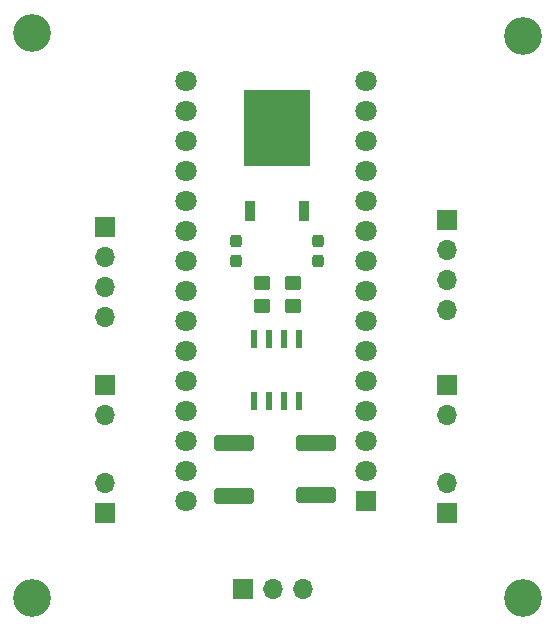
<source format=gbr>
%TF.GenerationSoftware,KiCad,Pcbnew,(6.0.4)*%
%TF.CreationDate,2022-10-02T20:23:54-04:00*%
%TF.ProjectId,NANO_HAT,4e414e4f-5f48-4415-942e-6b696361645f,rev?*%
%TF.SameCoordinates,Original*%
%TF.FileFunction,Soldermask,Bot*%
%TF.FilePolarity,Negative*%
%FSLAX46Y46*%
G04 Gerber Fmt 4.6, Leading zero omitted, Abs format (unit mm)*
G04 Created by KiCad (PCBNEW (6.0.4)) date 2022-10-02 20:23:54*
%MOMM*%
%LPD*%
G01*
G04 APERTURE LIST*
G04 Aperture macros list*
%AMRoundRect*
0 Rectangle with rounded corners*
0 $1 Rounding radius*
0 $2 $3 $4 $5 $6 $7 $8 $9 X,Y pos of 4 corners*
0 Add a 4 corners polygon primitive as box body*
4,1,4,$2,$3,$4,$5,$6,$7,$8,$9,$2,$3,0*
0 Add four circle primitives for the rounded corners*
1,1,$1+$1,$2,$3*
1,1,$1+$1,$4,$5*
1,1,$1+$1,$6,$7*
1,1,$1+$1,$8,$9*
0 Add four rect primitives between the rounded corners*
20,1,$1+$1,$2,$3,$4,$5,0*
20,1,$1+$1,$4,$5,$6,$7,0*
20,1,$1+$1,$6,$7,$8,$9,0*
20,1,$1+$1,$8,$9,$2,$3,0*%
G04 Aperture macros list end*
%ADD10R,1.700000X1.700000*%
%ADD11O,1.700000X1.700000*%
%ADD12C,3.200000*%
%ADD13R,1.800000X1.800000*%
%ADD14C,1.800000*%
%ADD15RoundRect,0.250000X-0.450000X0.350000X-0.450000X-0.350000X0.450000X-0.350000X0.450000X0.350000X0*%
%ADD16RoundRect,0.237500X-0.237500X0.300000X-0.237500X-0.300000X0.237500X-0.300000X0.237500X0.300000X0*%
%ADD17RoundRect,0.250000X1.450000X-0.400000X1.450000X0.400000X-1.450000X0.400000X-1.450000X-0.400000X0*%
%ADD18RoundRect,0.041300X-0.253700X0.748700X-0.253700X-0.748700X0.253700X-0.748700X0.253700X0.748700X0*%
%ADD19R,0.960000X1.730000*%
%ADD20R,5.630000X6.490000*%
G04 APERTURE END LIST*
D10*
%TO.C,J5*%
X176750000Y-93750000D03*
D11*
X176750000Y-96290000D03*
%TD*%
D12*
%TO.C,H1*%
X183200000Y-64200000D03*
%TD*%
D10*
%TO.C,J7*%
X176700000Y-79775000D03*
D11*
X176700000Y-82315000D03*
X176700000Y-84855000D03*
X176700000Y-87395000D03*
%TD*%
D10*
%TO.C,J2*%
X176750000Y-104600000D03*
D11*
X176750000Y-102060000D03*
%TD*%
D13*
%TO.C,TB1*%
X169840000Y-103580000D03*
D14*
X169840000Y-101040000D03*
X169840000Y-98500000D03*
X169840000Y-95960000D03*
X169840000Y-93420000D03*
X169840000Y-90880000D03*
X169840000Y-88340000D03*
X169840000Y-85800000D03*
X169840000Y-83260000D03*
X169840000Y-80720000D03*
X169840000Y-78180000D03*
X169840000Y-75640000D03*
X169840000Y-73100000D03*
X169840000Y-70560000D03*
X169840000Y-68020000D03*
X154600000Y-68020000D03*
X154600000Y-70560000D03*
X154600000Y-73100000D03*
X154600000Y-75640000D03*
X154600000Y-78180000D03*
X154600000Y-80720000D03*
X154600000Y-83260000D03*
X154600000Y-85800000D03*
X154600000Y-88340000D03*
X154600000Y-90880000D03*
X154600000Y-93420000D03*
X154600000Y-95960000D03*
X154600000Y-98500000D03*
X154600000Y-101040000D03*
X154600000Y-103580000D03*
%TD*%
D10*
%TO.C,J3*%
X147800000Y-93775000D03*
D11*
X147800000Y-96315000D03*
%TD*%
D10*
%TO.C,J4*%
X147800000Y-80400000D03*
D11*
X147800000Y-82940000D03*
X147800000Y-85480000D03*
X147800000Y-88020000D03*
%TD*%
D12*
%TO.C,H3*%
X141600000Y-111800000D03*
%TD*%
D10*
%TO.C,J6*%
X147800000Y-104625000D03*
D11*
X147800000Y-102085000D03*
%TD*%
D12*
%TO.C,H4*%
X183200000Y-111800000D03*
%TD*%
D10*
%TO.C,J1*%
X159475000Y-111000000D03*
D11*
X162015000Y-111000000D03*
X164555000Y-111000000D03*
%TD*%
D12*
%TO.C,H2*%
X141600000Y-64000000D03*
%TD*%
D15*
%TO.C,R1*%
X161065000Y-85085000D03*
X161065000Y-87085000D03*
%TD*%
%TO.C,R2*%
X163665000Y-85085000D03*
X163665000Y-87085000D03*
%TD*%
D16*
%TO.C,C2*%
X158900000Y-81537500D03*
X158900000Y-83262500D03*
%TD*%
%TO.C,C1*%
X165800000Y-81537500D03*
X165800000Y-83262500D03*
%TD*%
D17*
%TO.C,D2*%
X158665000Y-103135000D03*
X158665000Y-98685000D03*
%TD*%
D18*
%TO.C,U1*%
X160360000Y-89860000D03*
X161630000Y-89860000D03*
X162900000Y-89860000D03*
X164170000Y-89860000D03*
X164170000Y-95110000D03*
X162900000Y-95110000D03*
X161630000Y-95110000D03*
X160360000Y-95110000D03*
%TD*%
D17*
%TO.C,D1*%
X165665000Y-103110000D03*
X165665000Y-98660000D03*
%TD*%
D19*
%TO.C,VR1*%
X164650000Y-79002500D03*
X160080000Y-79002500D03*
D20*
X162365000Y-71982500D03*
%TD*%
M02*

</source>
